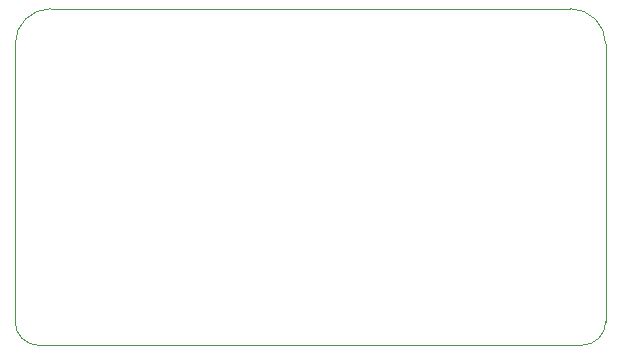
<source format=gbr>
%TF.GenerationSoftware,KiCad,Pcbnew,8.0.6-8.0.6-0~ubuntu22.04.1*%
%TF.CreationDate,2024-11-01T23:26:47+09:00*%
%TF.ProjectId,blmd_hardware,626c6d64-5f68-4617-9264-776172652e6b,rev?*%
%TF.SameCoordinates,Original*%
%TF.FileFunction,Profile,NP*%
%FSLAX46Y46*%
G04 Gerber Fmt 4.6, Leading zero omitted, Abs format (unit mm)*
G04 Created by KiCad (PCBNEW 8.0.6-8.0.6-0~ubuntu22.04.1) date 2024-11-01 23:26:47*
%MOMM*%
%LPD*%
G01*
G04 APERTURE LIST*
%TA.AperFunction,Profile*%
%ADD10C,0.050000*%
%TD*%
G04 APERTURE END LIST*
D10*
X98000000Y-78500000D02*
X52000000Y-78500000D01*
X100000000Y-76500000D02*
G75*
G02*
X98000000Y-78500000I-2000000J0D01*
G01*
X50000000Y-53000000D02*
G75*
G02*
X53000000Y-50000000I3000000J0D01*
G01*
X97000000Y-50000000D02*
X53000000Y-50000000D01*
X97000000Y-50000000D02*
G75*
G02*
X100000000Y-53000000I0J-3000000D01*
G01*
X100000000Y-53000000D02*
X100000000Y-76500000D01*
X52000000Y-78500000D02*
G75*
G02*
X50000000Y-76500000I0J2000000D01*
G01*
X50000000Y-53000000D02*
X50000000Y-76500000D01*
M02*

</source>
